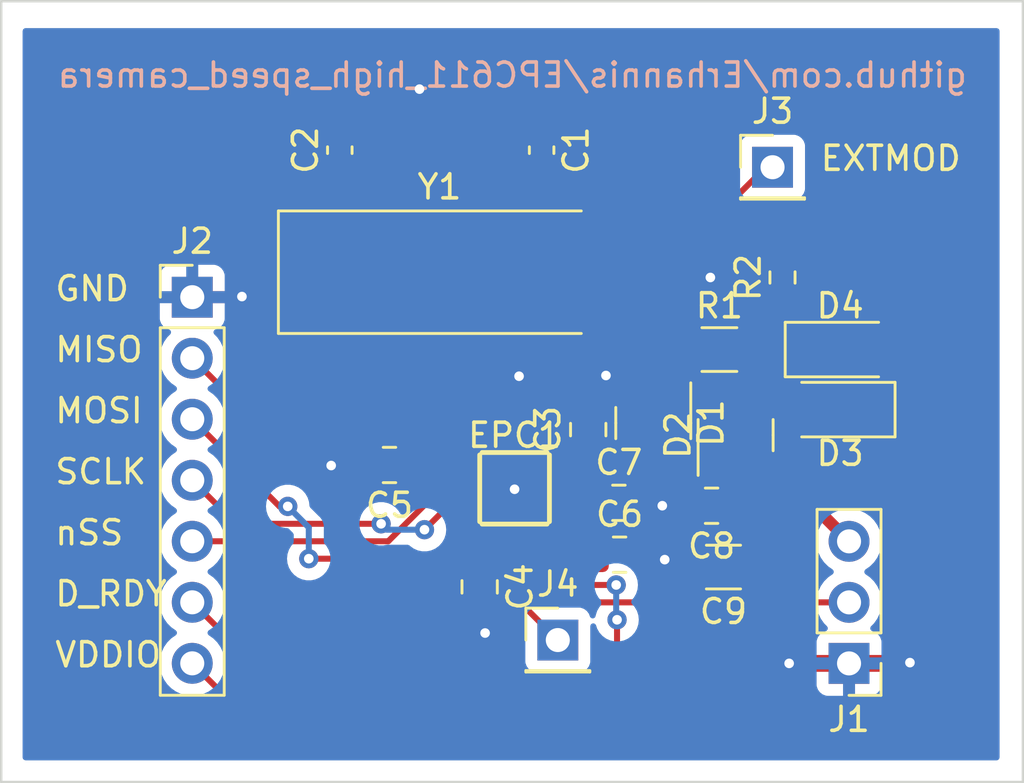
<source format=kicad_pcb>
(kicad_pcb (version 20221018) (generator pcbnew)
  (layers (0 "F.Cu" signal) (31 "B.Cu" signal) (34 "B.Paste" user) (35 "F.Paste" user) (36 "B.SilkS" user "B.Silkscreen") (37 "F.SilkS" user "F.Silkscreen") (38 "B.Mask" user) (39 "F.Mask" user) (44 "Edge.Cuts" user))
  (net 0 "")
  (net 1 "GND")
  (net 2 "Net-(EPC1-XTAL1)")
  (net 3 "Net-(EPC1-XTAL2)")
  (net 4 "Net-(EPC1-VDDCP)")
  (net 5 "Net-(EPC1-VDDCORE)")
  (net 6 "Net-(EPC1-VDDPLL)")
  (net 7 "Net-(EPC1-VDDA)")
  (net 8 "Net-(EPC1-VDDHPX)")
  (net 9 "VDD")
  (net 11 "Net-(D2-A)")
  (net 13 "Net-(D3-K)")
  (net 14 "Net-(D4-K)")
  (net 15 "Net-(EPC1-MOSI)")
  (net 16 "Net-(EPC1-DATA_RDY)")
  (net 17 "Net-(EPC1-LEDPP)")
  (net 18 "unconnected-(EPC1-PIN5-Pad5)")
  (net 19 "VDDBS")
  (net 20 "VDDIO")
  (net 21 "Net-(EPC1-LEDOD)")
  (net 22 "Net-(EPC1-EXTMOD)")
  (net 23 "Net-(EPC1-MISO)")
  (net 24 "Net-(EPC1-nSS)")
  (net 25 "Net-(EPC1-SCLK)")
  (footprint "Capacitor_SMD:C_0603_1608Metric" (layer "F.Cu") (at 157.48 76.2 -90)
    (fp_text reference "C1" (at 0 -1.43 90) (layer "F.SilkS"))
    (fp_text value "C 20pF NP0")
    (fp_line (start -0.14058 -0.51) (end 0.14058 -0.51) (stroke (width 0.12)) (layer "F.SilkS"))
    (fp_line (start -0.14058 0.51) (end 0.14058 0.51) (stroke (width 0.12)) (layer "F.SilkS"))
    (pad "1" smd roundrect (at -0.775 0 270) (size 0.9 0.95) (layers "F.Cu" "F.Paste" "F.Mask") (net 1 "GND"))
    (pad "2" smd roundrect (at 0.775 0 270) (size 0.9 0.95) (layers "F.Cu" "F.Paste" "F.Mask") (net 2 "Net-(EPC1-XTAL1)"))
  )
  (footprint "Capacitor_SMD:C_1206_3216Metric" (layer "F.Cu") (at 165.044995 93.553534 180)
    (fp_text reference "C9" (at 0 -1.85) (layer "F.SilkS"))
    (fp_text value "C 10uF 20% X7R")
    (fp_line (start -0.711252 -0.91) (end 0.711252 -0.91) (stroke (width 0.12)) (layer "F.SilkS"))
    (fp_line (start -0.711252 0.91) (end 0.711252 0.91) (stroke (width 0.12)) (layer "F.SilkS"))
    (pad "1" smd roundrect (at -1.475 0 180) (size 1.15 1.8) (layers "F.Cu" "F.Paste" "F.Mask") (roundrect_rratio 0.217391) (net 9 "VDD"))
    (pad "2" smd roundrect (at 1.475 0 180) (size 1.15 1.8) (layers "F.Cu" "F.Paste" "F.Mask") (roundrect_rratio 0.217391) (net 1 "GND"))
  )
  (footprint "Capacitor_SMD:C_0805_2012Metric" (layer "F.Cu") (at 154.902273 94.377702 -90)
    (fp_text reference "C4" (at 0 -1.68 90) (layer "F.SilkS"))
    (fp_text value "C 1uF 20% X7R")
    (fp_line (start -0.261252 -0.735) (end 0.261252 -0.735) (stroke (width 0.12)) (layer "F.SilkS"))
    (fp_line (start -0.261252 0.735) (end 0.261252 0.735) (stroke (width 0.12)) (layer "F.SilkS"))
    (pad "1" smd roundrect (at -0.95 0 270) (size 1 1.45) (layers "F.Cu" "F.Paste" "F.Mask") (net 5 "Net-(EPC1-VDDCORE)"))
    (pad "2" smd roundrect (at 0.95 0 270) (size 1 1.45) (layers "F.Cu" "F.Paste" "F.Mask") (net 1 "GND"))
  )
  (footprint "epc611:EPC611_CSP-24" (layer "F.Cu") (at 156.355 90.315)
    (fp_text reference "EPC1" (at 0 -2.2465) (layer "F.SilkS"))
    (fp_text value "EPC611")
    (fp_line (start -1.45 1.35) (end -1.45 -1.43) (stroke (width 0.2)) (layer "F.SilkS"))
    (fp_line (start -1.35 -1.53) (end 1.35 -1.53) (stroke (width 0.2)) (layer "F.SilkS"))
    (fp_line (start 1.35 1.45) (end -1.35 1.45) (stroke (width 0.2)) (layer "F.SilkS"))
    (fp_line (start 1.45 -1.43) (end 1.45 1.35) (stroke (width 0.2)) (layer "F.SilkS"))
    (pad "1" smd circle (at -1.125 1.125) (size 0.23 0.23) (property pad_prop_bga) (layers "F.Cu" "F.Paste" "F.Mask") (net 15 "Net-(EPC1-MOSI)"))
    (pad "2" smd circle (at -0.675 1.125) (size 0.23 0.23) (property pad_prop_bga) (layers "F.Cu" "F.Paste" "F.Mask") (net 5 "Net-(EPC1-VDDCORE)"))
    (pad "3" smd circle (at -0.225 1.125) (size 0.23 0.23) (property pad_prop_bga) (layers "F.Cu" "F.Paste" "F.Mask") (net 16 "Net-(EPC1-DATA_RDY)"))
    (pad "4" smd circle (at 0.225 1.125) (size 0.23 0.23) (property pad_prop_bga) (layers "F.Cu" "F.Paste" "F.Mask") (net 17 "Net-(EPC1-LEDPP)"))
    (pad "5" smd circle (at 0.675 1.125) (size 0.23 0.23) (property pad_prop_bga) (layers "F.Cu" "F.Paste" "F.Mask") (net 18 "unconnected-(EPC1-PIN5-Pad5)"))
    (pad "6" smd circle (at 1.125 1.125) (size 0.23 0.23) (property pad_prop_bga) (layers "F.Cu" "F.Paste" "F.Mask") (net 19 "VDDBS"))
    (pad "7" smd circle (at 1.125 0.675) (size 0.23 0.23) (property pad_prop_bga) (layers "F.Cu" "F.Paste" "F.Mask") (net 20 "VDDIO"))
    (pad "8" smd circle (at 1.125 0.225) (size 0.23 0.23) (property pad_prop_bga) (layers "F.Cu" "F.Paste" "F.Mask") (net 7 "Net-(EPC1-VDDA)"))
    (pad "9" smd circle (at 1.125 -0.225) (size 0.23 0.23) (property pad_prop_bga) (layers "F.Cu" "F.Paste" "F.Mask") (net 8 "Net-(EPC1-VDDHPX)"))
    (pad "10" smd circle (at 1.125 -0.675) (size 0.23 0.23) (property pad_prop_bga) (layers "F.Cu" "F.Paste" "F.Mask") (net 9 "VDD"))
    (pad "11" smd circle (at 1.125 -1.125) (size 0.23 0.23) (property pad_prop_bga) (layers "F.Cu" "F.Paste" "F.Mask") (net 4 "Net-(EPC1-VDDCP)"))
    (pad "12" smd circle (at 0.675 -1.125) (size 0.23 0.23) (property pad_prop_bga) (layers "F.Cu" "F.Paste" "F.Mask") (net 21 "Net-(EPC1-LEDOD)"))
    (pad "13" smd circle (at 0.225 -1.125) (size 0.23 0.23) (property pad_prop_bga) (layers "F.Cu" "F.Paste" "F.Mask") (net 22 "Net-(EPC1-EXTMOD)"))
    (pad "14" smd circle (at -0.225 -1.125) (size 0.23 0.23) (property pad_prop_bga) (layers "F.Cu" "F.Paste" "F.Mask") (net 1 "GND"))
    (pad "15" smd circle (at -0.675 -1.125) (size 0.23 0.23) (property pad_prop_bga) (layers "F.Cu" "F.Paste" "F.Mask") (net 2 "Net-(EPC1-XTAL1)"))
    (pad "16" smd circle (at -1.125 -1.125) (size 0.23 0.23) (property pad_prop_bga) (layers "F.Cu" "F.Paste" "F.Mask") (net 3 "Net-(EPC1-XTAL2)"))
    (pad "17" smd circle (at -1.125 -0.675) (size 0.23 0.23) (property pad_prop_bga) (layers "F.Cu" "F.Paste" "F.Mask") (net 6 "Net-(EPC1-VDDPLL)"))
    (pad "18" smd circle (at -1.125 -0.225) (size 0.23 0.23) (property pad_prop_bga) (layers "F.Cu" "F.Paste" "F.Mask") (net 23 "Net-(EPC1-MISO)"))
    (pad "19" smd circle (at -1.125 0.225) (size 0.23 0.23) (property pad_prop_bga) (layers "F.Cu" "F.Paste" "F.Mask") (net 24 "Net-(EPC1-nSS)"))
    (pad "20" smd circle (at -1.125 0.675) (size 0.23 0.23) (property pad_prop_bga) (layers "F.Cu" "F.Paste" "F.Mask") (net 25 "Net-(EPC1-SCLK)"))
    (pad "21" smd circle (at -0.675 0.675) (size 0.23 0.23) (property pad_prop_bga) (layers "F.Cu" "F.Paste" "F.Mask") (net 1 "GND"))
    (pad "22" smd circle (at 0.675 0.675) (size 0.23 0.23) (property pad_prop_bga) (layers "F.Cu" "F.Paste" "F.Mask") (net 1 "GND"))
    (pad "23" smd circle (at 0.675 -0.675) (size 0.23 0.23) (property pad_prop_bga) (layers "F.Cu" "F.Paste" "F.Mask") (net 1 "GND"))
    (pad "24" smd circle (at -0.675 -0.675) (size 0.23 0.23) (property pad_prop_bga) (layers "F.Cu" "F.Paste" "F.Mask") (net 1 "GND"))
  )
  (footprint "Connector_PinHeader_2.54mm:PinHeader_1x01_P2.54mm_Vertical" (layer "F.Cu") (at 167.085891 76.910586)
    (fp_text reference "J3" (at 0 -2.33) (layer "F.SilkS"))
    (fp_text value "Conn_01x01")
    (fp_line (start -1.33 -1.33) (end 0 -1.33) (stroke (width 0.12)) (layer "F.SilkS"))
    (fp_line (start -1.33 0) (end -1.33 -1.33) (stroke (width 0.12)) (layer "F.SilkS"))
    (fp_line (start -1.33 1.27) (end -1.33 1.33) (stroke (width 0.12)) (layer "F.SilkS"))
    (fp_line (start -1.33 1.27) (end 1.33 1.27) (stroke (width 0.12)) (layer "F.SilkS"))
    (fp_line (start -1.33 1.33) (end 1.33 1.33) (stroke (width 0.12)) (layer "F.SilkS"))
    (fp_line (start 1.33 1.27) (end 1.33 1.33) (stroke (width 0.12)) (layer "F.SilkS"))
    (pad "1" thru_hole rect (at 0 0) (size 1.7 1.7) (drill 1) (layers "*.Cu" "*.Mask") (net 22 "Net-(EPC1-EXTMOD)"))
  )
  (footprint "Connector_PinHeader_2.54mm:PinHeader_1x01_P2.54mm_Vertical" (layer "F.Cu") (at 158.153403 96.591692)
    (fp_text reference "J4" (at 0 -2.33) (layer "F.SilkS"))
    (fp_text value "Conn_01x01")
    (fp_line (start -1.33 -1.33) (end 0 -1.33) (stroke (width 0.12)) (layer "F.SilkS"))
    (fp_line (start -1.33 0) (end -1.33 -1.33) (stroke (width 0.12)) (layer "F.SilkS"))
    (fp_line (start -1.33 1.27) (end -1.33 1.33) (stroke (width 0.12)) (layer "F.SilkS"))
    (fp_line (start -1.33 1.27) (end 1.33 1.27) (stroke (width 0.12)) (layer "F.SilkS"))
    (fp_line (start -1.33 1.33) (end 1.33 1.33) (stroke (width 0.12)) (layer "F.SilkS"))
    (fp_line (start 1.33 1.27) (end 1.33 1.33) (stroke (width 0.12)) (layer "F.SilkS"))
    (pad "1" thru_hole rect (at 0 0) (size 1.7 1.7) (drill 1) (layers "*.Cu" "*.Mask") (net 17 "Net-(EPC1-LEDPP)"))
  )
  (footprint "Capacitor_SMD:C_0805_2012Metric" (layer "F.Cu") (at 159.418475 87.831634 90)
    (fp_text reference "C3" (at 0 -1.68 90) (layer "F.SilkS"))
    (fp_text value "C 100nF 20% X7R")
    (fp_line (start -0.261252 -0.735) (end 0.261252 -0.735) (stroke (width 0.12)) (layer "F.SilkS"))
    (fp_line (start -0.261252 0.735) (end 0.261252 0.735) (stroke (width 0.12)) (layer "F.SilkS"))
    (pad "1" smd roundrect (at -0.95 0 90) (size 1 1.45) (layers "F.Cu" "F.Paste" "F.Mask") (net 4 "Net-(EPC1-VDDCP)"))
    (pad "2" smd roundrect (at 0.95 0 90) (size 1 1.45) (layers "F.Cu" "F.Paste" "F.Mask") (net 1 "GND"))
  )
  (footprint "LED_SMD:LED_1206_3216Metric" (layer "F.Cu") (at 169.8979 87 180)
    (fp_text reference "D3" (at 0 -1.82) (layer "F.SilkS"))
    (fp_text value "SFH4059S")
    (fp_line (start -2.285 -1.135) (end -2.285 1.135) (stroke (width 0.12)) (layer "F.SilkS"))
    (fp_line (start -2.285 1.135) (end 1.6 1.135) (stroke (width 0.12)) (layer "F.SilkS"))
    (fp_line (start 1.6 -1.135) (end -2.285 -1.135) (stroke (width 0.12)) (layer "F.SilkS"))
    (pad "1" smd roundrect (at -1.4 0 180) (size 1.25 1.75) (layers "F.Cu" "F.Paste" "F.Mask") (roundrect_rratio 0.2) (net 13 "Net-(D3-K)"))
    (pad "2" smd roundrect (at 1.4 0 180) (size 1.25 1.75) (layers "F.Cu" "F.Paste" "F.Mask") (roundrect_rratio 0.2) (net 11 "Net-(D2-A)"))
  )
  (footprint "Capacitor_SMD:C_0805_2012Metric" (layer "F.Cu") (at 160.72359 93.037917)
    (fp_text reference "C6" (at 0 -1.68) (layer "F.SilkS"))
    (fp_text value "C 4.7uF 20% X7R")
    (fp_line (start -0.261252 -0.735) (end 0.261252 -0.735) (stroke (width 0.12)) (layer "F.SilkS"))
    (fp_line (start -0.261252 0.735) (end 0.261252 0.735) (stroke (width 0.12)) (layer "F.SilkS"))
    (pad "1" smd roundrect (at -0.95 0) (size 1 1.45) (layers "F.Cu" "F.Paste" "F.Mask") (net 7 "Net-(EPC1-VDDA)"))
    (pad "2" smd roundrect (at 0.95 0) (size 1 1.45) (layers "F.Cu" "F.Paste" "F.Mask") (net 1 "GND"))
  )
  (footprint "Package_TO_SOT_SMD:SOT-23" (layer "F.Cu") (at 165.55 88.0625 90)
    (fp_text reference "D2" (at 0 -2.4 90) (layer "F.SilkS"))
    (fp_text value "BAV99")
    (fp_line (start 0 -1.56) (end -1.675 -1.56) (stroke (width 0.12)) (layer "F.SilkS"))
    (fp_line (start 0 -1.56) (end 0.65 -1.56) (stroke (width 0.12)) (layer "F.SilkS"))
    (fp_line (start 0 1.56) (end -0.65 1.56) (stroke (width 0.12)) (layer "F.SilkS"))
    (fp_line (start 0 1.56) (end 0.65 1.56) (stroke (width 0.12)) (layer "F.SilkS"))
    (pad "1" smd roundrect (at -0.9375 -0.95 90) (size 1.475 0.6) (layers "F.Cu" "F.Paste" "F.Mask") (net 9 "VDD"))
    (pad "2" smd roundrect (at -0.9375 0.95 90) (size 1.475 0.6) (layers "F.Cu" "F.Paste" "F.Mask") (net 11 "Net-(D2-A)"))
    (pad "3" smd roundrect (at 0.9375 0 90) (size 1.475 0.6) (layers "F.Cu" "F.Paste" "F.Mask"))
  )
  (footprint "Package_TO_SOT_SMD:SOT-23" (layer "F.Cu") (at 162.12453 87.559698 -90)
    (fp_text reference "D1" (at 0 -2.4 90) (layer "F.SilkS"))
    (fp_text value "BAS40-04")
    (fp_line (start 0 -1.56) (end -1.675 -1.56) (stroke (width 0.12)) (layer "F.SilkS"))
    (fp_line (start 0 -1.56) (end 0.65 -1.56) (stroke (width 0.12)) (layer "F.SilkS"))
    (fp_line (start 0 1.56) (end -0.65 1.56) (stroke (width 0.12)) (layer "F.SilkS"))
    (fp_line (start 0 1.56) (end 0.65 1.56) (stroke (width 0.12)) (layer "F.SilkS"))
    (pad "1" smd roundrect (at -0.9375 -0.95 270) (size 1.475 0.6) (layers "F.Cu" "F.Paste" "F.Mask"))
    (pad "2" smd roundrect (at -0.9375 0.95 270) (size 1.475 0.6) (layers "F.Cu" "F.Paste" "F.Mask") (net 4 "Net-(EPC1-VDDCP)"))
    (pad "3" smd roundrect (at 0.9375 0 270) (size 1.475 0.6) (layers "F.Cu" "F.Paste" "F.Mask") (net 9 "VDD"))
  )
  (footprint "LED_SMD:LED_1206_3216Metric" (layer "F.Cu") (at 169.8979 84.5)
    (fp_text reference "D4" (at 0 -1.82) (layer "F.SilkS"))
    (fp_text value "SFH4059S")
    (fp_line (start -2.285 -1.135) (end -2.285 1.135) (stroke (width 0.12)) (layer "F.SilkS"))
    (fp_line (start -2.285 1.135) (end 1.6 1.135) (stroke (width 0.12)) (layer "F.SilkS"))
    (fp_line (start 1.6 -1.135) (end -2.285 -1.135) (stroke (width 0.12)) (layer "F.SilkS"))
    (pad "1" smd roundrect (at -1.4 0) (size 1.25 1.75) (layers "F.Cu" "F.Paste" "F.Mask") (roundrect_rratio 0.2) (net 14 "Net-(D4-K)"))
    (pad "2" smd roundrect (at 1.4 0) (size 1.25 1.75) (layers "F.Cu" "F.Paste" "F.Mask") (roundrect_rratio 0.2) (net 13 "Net-(D3-K)"))
  )
  (footprint "Connector_PinHeader_2.54mm:PinHeader_1x07_P2.54mm_Vertical" (layer "F.Cu") (at 142.947199 82.320433)
    (fp_text reference "J2" (at 0 -2.33) (layer "F.SilkS"))
    (fp_text value "Conn_01x07")
    (fp_line (start -1.33 -1.33) (end 0 -1.33) (stroke (width 0.12)) (layer "F.SilkS"))
    (fp_line (start -1.33 0) (end -1.33 -1.33) (stroke (width 0.12)) (layer "F.SilkS"))
    (fp_line (start -1.33 1.27) (end -1.33 16.57) (stroke (width 0.12)) (layer "F.SilkS"))
    (fp_line (start -1.33 1.27) (end 1.33 1.27) (stroke (width 0.12)) (layer "F.SilkS"))
    (fp_line (start -1.33 16.57) (end 1.33 16.57) (stroke (width 0.12)) (layer "F.SilkS"))
    (fp_line (start 1.33 1.27) (end 1.33 16.57) (stroke (width 0.12)) (layer "F.SilkS"))
    (pad "1" thru_hole rect (at 0 0) (size 1.7 1.7) (drill 1) (layers "*.Cu" "*.Mask") (net 1 "GND"))
    (pad "2" thru_hole oval (at 0 2.54) (size 1.7 1.7) (drill 1) (layers "*.Cu" "*.Mask") (net 23 "Net-(EPC1-MISO)"))
    (pad "3" thru_hole oval (at 0 5.08) (size 1.7 1.7) (drill 1) (layers "*.Cu" "*.Mask") (net 15 "Net-(EPC1-MOSI)"))
    (pad "4" thru_hole oval (at 0 7.62) (size 1.7 1.7) (drill 1) (layers "*.Cu" "*.Mask") (net 25 "Net-(EPC1-SCLK)"))
    (pad "5" thru_hole oval (at 0 10.16) (size 1.7 1.7) (drill 1) (layers "*.Cu" "*.Mask") (net 24 "Net-(EPC1-nSS)"))
    (pad "6" thru_hole oval (at 0 12.7) (size 1.7 1.7) (drill 1) (layers "*.Cu" "*.Mask") (net 16 "Net-(EPC1-DATA_RDY)"))
    (pad "7" thru_hole oval (at 0 15.24) (size 1.7 1.7) (drill 1) (layers "*.Cu" "*.Mask") (net 20 "VDDIO"))
  )
  (footprint "Capacitor_SMD:C_0603_1608Metric" (layer "F.Cu") (at 149.085 76.2 90)
    (fp_text reference "C2" (at 0 -1.43 90) (layer "F.SilkS"))
    (fp_text value "C 20pF NP0")
    (fp_line (start -0.14058 -0.51) (end 0.14058 -0.51) (stroke (width 0.12)) (layer "F.SilkS"))
    (fp_line (start -0.14058 0.51) (end 0.14058 0.51) (stroke (width 0.12)) (layer "F.SilkS"))
    (pad "1" smd roundrect (at -0.775 0 90) (size 0.9 0.95) (layers "F.Cu" "F.Paste" "F.Mask") (net 3 "Net-(EPC1-XTAL2)"))
    (pad "2" smd roundrect (at 0.775 0 90) (size 0.9 0.95) (layers "F.Cu" "F.Paste" "F.Mask") (net 1 "GND"))
  )
  (footprint "Capacitor_SMD:C_0805_2012Metric" (layer "F.Cu") (at 151.151418 89.304459 180)
    (fp_text reference "C5" (at 0 -1.68) (layer "F.SilkS"))
    (fp_text value "C 1uF 20% X7R")
    (fp_line (start -0.261252 -0.735) (end 0.261252 -0.735) (stroke (width 0.12)) (layer "F.SilkS"))
    (fp_line (start -0.261252 0.735) (end 0.261252 0.735) (stroke (width 0.12)) (layer "F.SilkS"))
    (pad "1" smd roundrect (at -0.95 0 180) (size 1 1.45) (layers "F.Cu" "F.Paste" "F.Mask") (net 6 "Net-(EPC1-VDDPLL)"))
    (pad "2" smd roundrect (at 0.95 0 180) (size 1 1.45) (layers "F.Cu" "F.Paste" "F.Mask") (net 1 "GND"))
  )
  (footprint "Resistor_SMD:R_0603_1608Metric" (layer "F.Cu") (at 167.5 81.5 90)
    (fp_text reference "R2" (at 0 -1.43 90) (layer "F.SilkS"))
    (fp_text value "R 3.3k ohm")
    (fp_line (start -0.237258 -0.5225) (end 0.237258 -0.5225) (stroke (width 0.12)) (layer "F.SilkS"))
    (fp_line (start -0.237258 0.5225) (end 0.237258 0.5225) (stroke (width 0.12)) (layer "F.SilkS"))
    (pad "1" smd roundrect (at -0.825 0 90) (size 0.8 0.95) (layers "F.Cu" "F.Paste" "F.Mask") (net 14 "Net-(D4-K)"))
    (pad "2" smd roundrect (at 0.825 0 90) (size 0.8 0.95) (layers "F.Cu" "F.Paste" "F.Mask") (net 1 "GND"))
  )
  (footprint "Resistor_SMD:R_1206_3216Metric" (layer "F.Cu") (at 164.874855 84.5)
    (fp_text reference "R1" (at 0 -1.82) (layer "F.SilkS"))
    (fp_text value "R 3.3ohm")
    (fp_line (start -0.727064 -0.91) (end 0.727064 -0.91) (stroke (width 0.12)) (layer "F.SilkS"))
    (fp_line (start -0.727064 0.91) (end 0.727064 0.91) (stroke (width 0.12)) (layer "F.SilkS"))
    (pad "1" smd roundrect (at -1.4625 0) (size 1.125 1.75) (layers "F.Cu" "F.Paste" "F.Mask") (roundrect_rratio 0.222222) (net 21 "Net-(EPC1-LEDOD)"))
    (pad "2" smd roundrect (at 1.4625 0) (size 1.125 1.75) (layers "F.Cu" "F.Paste" "F.Mask") (roundrect_rratio 0.222222) (net 14 "Net-(D4-K)"))
  )
  (footprint "Connector_PinHeader_2.54mm:PinHeader_1x03_P2.54mm_Vertical" (layer "F.Cu") (at 170.267964 97.562937 180)
    (fp_text reference "J1" (at 0 -2.33) (layer "F.SilkS"))
    (fp_text value "Conn_01x03")
    (fp_line (start -1.33 -1.33) (end 0 -1.33) (stroke (width 0.12)) (layer "F.SilkS"))
    (fp_line (start -1.33 0) (end -1.33 -1.33) (stroke (width 0.12)) (layer "F.SilkS"))
    (fp_line (start -1.33 1.27) (end -1.33 6.41) (stroke (width 0.12)) (layer "F.SilkS"))
    (fp_line (start -1.33 1.27) (end 1.33 1.27) (stroke (width 0.12)) (layer "F.SilkS"))
    (fp_line (start -1.33 6.41) (end 1.33 6.41) (stroke (width 0.12)) (layer "F.SilkS"))
    (fp_line (start 1.33 1.27) (end 1.33 6.41) (stroke (width 0.12)) (layer "F.SilkS"))
    (pad "1" thru_hole rect (at 0 0 180) (size 1.7 1.7) (drill 1) (layers "*.Cu" "*.Mask") (net 1 "GND"))
    (pad "2" thru_hole oval (at 0 2.54 180) (size 1.7 1.7) (drill 1) (layers "*.Cu" "*.Mask") (net 19 "VDDBS"))
    (pad "3" thru_hole oval (at 0 5.08 180) (size 1.7 1.7) (drill 1) (layers "*.Cu" "*.Mask") (net 9 "VDD"))
  )
  (footprint "Capacitor_SMD:C_0805_2012Metric" (layer "F.Cu") (at 164.55 91 180)
    (fp_text reference "C8" (at 0 -1.68) (layer "F.SilkS"))
    (fp_text value "C 100nF 20% X7R")
    (fp_line (start -0.261252 -0.735) (end 0.261252 -0.735) (stroke (width 0.12)) (layer "F.SilkS"))
    (fp_line (start -0.261252 0.735) (end 0.261252 0.735) (stroke (width 0.12)) (layer "F.SilkS"))
    (pad "1" smd roundrect (at -0.95 0 180) (size 1 1.45) (layers "F.Cu" "F.Paste" "F.Mask") (net 9 "VDD"))
    (pad "2" smd roundrect (at 0.95 0 180) (size 1 1.45) (layers "F.Cu" "F.Paste" "F.Mask") (net 1 "GND"))
  )
  (footprint "Capacitor_SMD:C_0805_2012Metric" (layer "F.Cu") (at 160.694539 90.879969)
    (fp_text reference "C7" (at 0 -1.68) (layer "F.SilkS"))
    (fp_text value "C 3.3uF 20% X7R")
    (fp_line (start -0.261252 -0.735) (end 0.261252 -0.735) (stroke (width 0.12)) (layer "F.SilkS"))
    (fp_line (start -0.261252 0.735) (end 0.261252 0.735) (stroke (width 0.12)) (layer "F.SilkS"))
    (pad "1" smd roundrect (at -0.95 0) (size 1 1.45) (layers "F.Cu" "F.Paste" "F.Mask") (net 8 "Net-(EPC1-VDDHPX)"))
    (pad "2" smd roundrect (at 0.95 0) (size 1 1.45) (layers "F.Cu" "F.Paste" "F.Mask") (net 1 "GND"))
  )
  (footprint "Crystal:Crystal_SMD_HC49-SD" (layer "F.Cu") (at 153.23 81.28)
    (fp_text reference "Y1" (at 0 -3.55) (layer "F.SilkS"))
    (fp_text value "XTAL 4MHz 100ppm")
    (fp_line (start -6.7 -2.55) (end -6.7 2.55) (stroke (width 0.12)) (layer "F.SilkS"))
    (fp_line (start -6.7 2.55) (end 5.9 2.55) (stroke (width 0.12)) (layer "F.SilkS"))
    (fp_line (start 5.9 -2.55) (end -6.7 -2.55) (stroke (width 0.12)) (layer "F.SilkS"))
    (pad "1" smd rect (at -4.25 0) (size 4.5 2) (layers "F.Cu" "F.Paste" "F.Mask") (net 3 "Net-(EPC1-XTAL2)"))
    (pad "2" smd rect (at 4.25 0) (size 4.5 2) (layers "F.Cu" "F.Paste" "F.Mask") (net 2 "Net-(EPC1-XTAL1)"))
  )
  (gr_line (start 135 102.5) (end 177.5 102.5) (stroke (width 0.1)) (layer "Edge.Cuts"))
  (gr_line (start 177.5 102.5) (end 177.5 70) (stroke (width 0.1)) (layer "Edge.Cuts"))
  (gr_line (start 177.5 70) (end 135 70) (stroke (width 0.1)) (layer "Edge.Cuts"))
  (gr_line (start 135 70) (end 135 102.5) (stroke (width 0.1)) (layer "Edge.Cuts"))
  (gr_text "github.com/Erhannis/EPC611_high_speed_camera" (at 175.26 73.66) (layer "B.SilkS") (effects (font (size 1 1)) (justify left bottom mirror)))
  (gr_text "D_RDY" (at 137.16 95.25) (layer "F.SilkS") (effects (font (size 1 1)) (justify left bottom)))
  (gr_text "MOSI" (at 137.16 87.63) (layer "F.SilkS") (effects (font (size 1 1)) (justify left bottom)))
  (gr_text "VDDIO" (at 137.16 97.79) (layer "F.SilkS") (effects (font (size 1 1)) (justify left bottom)))
  (gr_text "GND" (at 137.16 82.55) (layer "F.SilkS") (effects (font (size 1 1)) (justify left bottom)))
  (gr_text "nSS" (at 137.16 92.71) (layer "F.SilkS") (effects (font (size 1 1)) (justify left bottom)))
  (gr_text "MISO" (at 137.16 85.09) (layer "F.SilkS") (effects (font (size 1 1)) (justify left bottom)))
  (gr_text "EXTMOD" (at 169 77.125421) (layer "F.SilkS") (effects (font (size 1 1)) (justify left bottom)))
  (gr_text "SCLK" (at 137.16 90.17) (layer "F.SilkS") (effects (font (size 1 1)) (justify left bottom)))
  (segment (start 161.67359 93.037917) (end 162.394605 93.037917) (width 0.25) (layer "F.Cu") (net 1))
  (segment (start 156.13 86.021713) (end 156.13 89.19) (width 0.25) (layer "F.Cu") (net 1))
  (segment (start 159.522228 86.868141) (end 159.522228 86.213924) (width 0.25) (layer "F.Cu") (net 1))
  (segment (start 170.267964 97.562937) (end 172.769242 97.562937) (width 0.7) (layer "F.Cu") (net 1))
  (segment (start 162.379969 90.879969) (end 162.5 91) (width 0.25) (layer "F.Cu") (net 1))
  (segment (start 148.749376 89.304459) (end 148.726547 89.327288) (width 0.25) (layer "F.Cu") (net 1))
  (segment (start 155.68 89.64) (end 156.355 90.315) (width 0.25) (layer "F.Cu") (net 1))
  (segment (start 150.201418 89.304459) (end 148.749376 89.304459) (width 0.25) (layer "F.Cu") (net 1))
  (segment (start 163.569995 93.553534) (end 163.569995 91.030005) (width 0.25) (layer "F.Cu") (net 1))
  (segment (start 170.267964 97.562937) (end 167.776137 97.562937) (width 0.7) (layer "F.Cu") (net 1))
  (segment (start 155.154529 96.273701) (end 155.128864 96.299366) (width 0.25) (layer "F.Cu") (net 1))
  (segment (start 172.769242 97.562937) (end 172.801488 97.530691) (width 0.25) (layer "F.Cu") (net 1))
  (segment (start 162.394605 93.037917) (end 162.600609 93.243921) (width 0.25) (layer "F.Cu") (net 1))
  (segment (start 163.6 91) (end 162.5 91) (width 0.5) (layer "F.Cu") (net 1))
  (segment (start 152.4 75.425) (end 152.4 73.66) (width 0.25) (layer "F.Cu") (net 1))
  (segment (start 152.4 75.425) (end 157.48 75.425) (width 0.25) (layer "F.Cu") (net 1))
  (segment (start 159.522228 86.213924) (end 160.156472 85.57968) (width 0.25) (layer "F.Cu") (net 1))
  (segment (start 155.154529 95.345068) (end 155.154529 96.273701) (width 0.25) (layer "F.Cu") (net 1))
  (segment (start 144.987546 82.320433) (end 145.01402 82.293959) (width 0.25) (layer "F.Cu") (net 1))
  (segment (start 142.947199 82.320433) (end 144.987546 82.320433) (width 0.5) (layer "F.Cu") (net 1))
  (segment (start 157.03 89.64) (end 156.355 90.315) (width 0.25) (layer "F.Cu") (net 1))
  (segment (start 167.5 80.675) (end 165.325 80.675) (width 0.25) (layer "F.Cu") (net 1))
  (segment (start 157.03 90.99) (end 156.355 90.315) (width 0.25) (layer "F.Cu") (net 1))
  (segment (start 156.541925 85.609788) (end 156.13 86.021713) (width 0.25) (layer "F.Cu") (net 1))
  (segment (start 149.085 75.425) (end 152.4 75.425) (width 0.25) (layer "F.Cu") (net 1))
  (segment (start 165.325 80.675) (end 164.5 81.5) (width 0.25) (layer "F.Cu") (net 1))
  (segment (start 155.68 90.99) (end 156.355 90.315) (width 0.25) (layer "F.Cu") (net 1))
  (segment (start 161.644539 90.879969) (end 162.379969 90.879969) (width 0.25) (layer "F.Cu") (net 1))
  (segment (start 163.569995 91.030005) (end 163.6 91) (width 0.25) (layer "F.Cu") (net 1))
  (via (at 162.600609 93.243921) (size 0.8) (drill 0.4) (layers "F.Cu" "B.Cu") (net 1))
  (via (at 152.4 73.66) (size 0.8) (drill 0.4) (layers "F.Cu" "B.Cu") (net 1))
  (via (at 167.776137 97.562937) (size 0.8) (drill 0.4) (layers "F.Cu" "B.Cu") (net 1))
  (via (at 172.801488 97.530691) (size 0.8) (drill 0.4) (layers "F.Cu" "B.Cu") (net 1))
  (via (at 148.726547 89.327288) (size 0.8) (drill 0.4) (layers "F.Cu" "B.Cu") (net 1))
  (via (at 164.5 81.5) (size 0.8) (drill 0.4) (layers "F.Cu" "B.Cu") (net 1))
  (via (at 162.5 91) (size 0.8) (drill 0.4) (layers "F.Cu" "B.Cu") (net 1))
  (via (at 156.541925 85.609788) (size 0.8) (drill 0.4) (layers "F.Cu" "B.Cu") (net 1))
  (via (at 156.355 90.315) (size 0.8) (drill 0.4) (layers "F.Cu" "B.Cu") (net 1))
  (via (at 145.01402 82.293959) (size 0.8) (drill 0.4) (layers "F.Cu" "B.Cu") (net 1))
  (via (at 160.156472 85.57968) (size 0.8) (drill 0.4) (layers "F.Cu" "B.Cu") (net 1))
  (via (at 155.128864 96.299366) (size 0.8) (drill 0.4) (layers "F.Cu" "B.Cu") (net 1))
  (segment (start 155.68 83.08) (end 157.48 81.28) (width 0.25) (layer "F.Cu") (net 2))
  (segment (start 155.68 89.19) (end 155.68 83.08) (width 0.25) (layer "F.Cu") (net 2))
  (segment (start 157.48 76.975) (end 157.48 81.28) (width 0.25) (layer "F.Cu") (net 2))
  (segment (start 149.085 76.975) (end 148.98 77.08) (width 0.25) (layer "F.Cu") (net 3))
  (segment (start 148.98 77.08) (end 148.98 81.28) (width 0.25) (layer "F.Cu") (net 3))
  (segment (start 148.98 81.28) (end 148.98 82.94) (width 0.25) (layer "F.Cu") (net 3))
  (segment (start 148.98 82.94) (end 155.23 89.19) (width 0.25) (layer "F.Cu") (net 3))
  (segment (start 161.17453 87.025579) (end 159.418475 88.781634) (width 0.25) (layer "F.Cu") (net 4))
  (segment (start 157.48 89.19) (end 157.48 87.867949) (width 0.25) (layer "F.Cu") (net 4))
  (segment (start 158.254087 87.5) (end 159.522228 88.768141) (width 0.25) (layer "F.Cu") (net 4))
  (segment (start 161.17453 86.622198) (end 161.17453 87.025579) (width 0.25) (layer "F.Cu") (net 4))
  (segment (start 157.48 87.867949) (end 157.847949 87.5) (width 0.25) (layer "F.Cu") (net 4))
  (segment (start 157.847949 87.5) (end 158.254087 87.5) (width 0.25) (layer "F.Cu") (net 4))
  (segment (start 155.68 92.919597) (end 155.154529 93.445068) (width 0.25) (layer "F.Cu") (net 5))
  (segment (start 155.68 91.44) (end 155.68 92.919597) (width 0.25) (layer "F.Cu") (net 5))
  (segment (start 155.23 89.64) (end 152.436959 89.64) (width 0.25) (layer "F.Cu") (net 6))
  (segment (start 152.436959 89.64) (end 152.101418 89.304459) (width 0.25) (layer "F.Cu") (net 6))
  (segment (start 157.48 90.54) (end 158.623668 90.54) (width 0.25) (layer "F.Cu") (net 7))
  (segment (start 158.919539 90.835871) (end 158.919539 91.593142) (width 0.25) (layer "F.Cu") (net 7))
  (segment (start 158.919539 91.593142) (end 159.77359 92.447193) (width 0.25) (layer "F.Cu") (net 7))
  (segment (start 159.77359 92.447193) (end 159.77359 93.037917) (width 0.25) (layer "F.Cu") (net 7))
  (segment (start 158.623668 90.54) (end 158.919539 90.835871) (width 0.25) (layer "F.Cu") (net 7))
  (segment (start 157.48 90.09) (end 159.638974 90.09) (width 0.25) (layer "F.Cu") (net 8))
  (segment (start 159.638974 90.09) (end 159.744539 90.195565) (width 0.25) (layer "F.Cu") (net 8))
  (segment (start 159.744539 90.195565) (end 159.744539 90.879969) (width 0.25) (layer "F.Cu") (net 8))
  (segment (start 157.48 89.64) (end 162.221228 89.64) (width 0.25) (layer "F.Cu") (net 9))
  (segment (start 166.519995 92.019995) (end 165.5 91) (width 0.25) (layer "F.Cu") (net 9))
  (segment (start 162.12453 88.497198) (end 162.12453 89.543302) (width 0.25) (layer "F.Cu") (net 9))
  (segment (start 165.5 91) (end 168.785027 91) (width 0.5) (layer "F.Cu") (net 9))
  (segment (start 163.96 89.64) (end 164.6 89) (width 0.25) (layer "F.Cu") (net 9))
  (segment (start 165.5 89.9) (end 164.6 89) (width 1) (layer "F.Cu") (net 9))
  (segment (start 162.12453 89.543302) (end 162.221228 89.64) (width 0.25) (layer "F.Cu") (net 9))
  (segment (start 165.5 91) (end 165.5 89.9) (width 1) (layer "F.Cu") (net 9))
  (segment (start 166.519995 93.553534) (end 166.519995 92.019995) (width 0.25) (layer "F.Cu") (net 9))
  (segment (start 162.221228 89.64) (end 163.96 89.64) (width 0.25) (layer "F.Cu") (net 9))
  (segment (start 168.785027 91) (end 170.267964 92.482937) (width 0.5) (layer "F.Cu") (net 9))
  (segment (start 168.4979 87.0021) (end 166.5 89) (width 1) (layer "F.Cu") (net 11))
  (segment (start 168.4979 87) (end 168.4979 87.0021) (width 0.25) (layer "F.Cu") (net 11))
  (segment (start 171.2979 84.5) (end 171.2979 87) (width 1) (layer "F.Cu") (net 13))
  (segment (start 166.337355 84.5) (end 167.5 84.5) (width 1) (layer "F.Cu") (net 14))
  (segment (start 167.5 82.325) (end 167.5 84.5) (width 0.25) (layer "F.Cu") (net 14))
  (segment (start 167.5 84.5) (end 168.4979 84.5) (width 1) (layer "F.Cu") (net 14))
  (segment (start 146.574972 91.028206) (end 142.947199 87.400433) (width 0.25) (layer "F.Cu") (net 15))
  (segment (start 146.919119 91.028206) (end 146.574972 91.028206) (width 0.25) (layer "F.Cu") (net 15))
  (segment (start 155.23 91.44) (end 153.465067 93.204933) (width 0.25) (layer "F.Cu") (net 15))
  (segment (start 153.465067 93.204933) (end 147.794818 93.204933) (width 0.25) (layer "F.Cu") (net 15))
  (via (at 147.794818 93.204933) (size 0.8) (drill 0.4) (layers "F.Cu" "B.Cu") (net 15))
  (via (at 146.919119 91.028206) (size 0.8) (drill 0.4) (layers "F.Cu" "B.Cu") (net 15))
  (segment (start 147.794818 93.204933) (end 147.794818 91.903905) (width 0.25) (layer "B.Cu") (net 15))
  (segment (start 147.794818 91.903905) (end 146.919119 91.028206) (width 0.25) (layer "B.Cu") (net 15))
  (segment (start 156.13 91.44) (end 156.13 96.323535) (width 0.25) (layer "F.Cu") (net 16))
  (segment (start 155.10002 97.353515) (end 145.280281 97.353515) (width 0.25) (layer "F.Cu") (net 16))
  (segment (start 145.280281 97.353515) (end 142.947199 95.020433) (width 0.25) (layer "F.Cu") (net 16))
  (segment (start 156.13 96.323535) (end 155.10002 97.353515) (width 0.25) (layer "F.Cu") (net 16))
  (segment (start 156.58 95.018289) (end 158.153403 96.591692) (width 0.25) (layer "F.Cu") (net 17))
  (segment (start 156.58 91.44) (end 156.58 95.018289) (width 0.25) (layer "F.Cu") (net 17))
  (segment (start 157.03 91.44) (end 157.03 92.784749) (width 0.25) (layer "F.Cu") (net 18))
  (segment (start 158.353574 92.313574) (end 158.353574 94.335633) (width 0.25) (layer "F.Cu") (net 19))
  (segment (start 159.040878 95.022937) (end 170.267964 95.022937) (width 0.25) (layer "F.Cu") (net 19))
  (segment (start 157.48 91.44) (end 158.353574 92.313574) (width 0.25) (layer "F.Cu") (net 19))
  (segment (start 158.353574 94.335633) (end 159.040878 95.022937) (width 0.25) (layer "F.Cu") (net 19))
  (segment (start 158.777481 99.051725) (end 144.438491 99.051725) (width 0.25) (layer "F.Cu") (net 20))
  (segment (start 158.437272 91.760876) (end 158.94859 92.272194) (width 0.25) (layer "F.Cu") (net 20))
  (segment (start 160.617495 97.211711) (end 158.777481 99.051725) (width 0.25) (layer "F.Cu") (net 20))
  (segment (start 157.48 90.99) (end 158.437272 90.99) (width 0.25) (layer "F.Cu") (net 20))
  (segment (start 158.94859 92.272194) (end 158.94859 93.971958) (width 0.25) (layer "F.Cu") (net 20))
  (segment (start 158.94859 93.971958) (end 159.275069 94.298437) (width 0.25) (layer "F.Cu") (net 20))
  (segment (start 160.617495 95.747437) (end 160.617495 97.211711) (width 0.25) (layer "F.Cu") (net 20))
  (segment (start 158.437272 90.99) (end 158.437272 91.760876) (width 0.25) (layer "F.Cu") (net 20))
  (segment (start 159.275069 94.298437) (end 160.581898 94.298437) (width 0.25) (layer "F.Cu") (net 20))
  (segment (start 144.438491 99.051725) (end 142.947199 97.560433) (width 0.25) (layer "F.Cu") (net 20))
  (via (at 160.581898 94.298437) (size 0.8) (drill 0.4) (layers "F.Cu" "B.Cu") (net 20))
  (via (at 160.617495 95.747437) (size 0.8) (drill 0.4) (layers "F.Cu" "B.Cu") (net 20))
  (segment (start 160.581898 94.298437) (end 160.581898 95.71184) (width 0.25) (layer "B.Cu") (net 20))
  (segment (start 160.581898 95.71184) (end 160.617495 95.747437) (width 0.25) (layer "B.Cu") (net 20))
  (segment (start 163.412355 84.5) (end 160.034777 84.5) (width 0.5) (layer "F.Cu") (net 21))
  (segment (start 163.412355 84.652713) (end 163.332984 84.652713) (width 0.25) (layer "F.Cu") (net 21))
  (segment (start 163.332984 84.652713) (end 163.293885 84.613614) (width 0.25) (layer "F.Cu") (net 21))
  (segment (start 160.034777 84.5) (end 157.155 87.379777) (width 0.5) (layer "F.Cu") (net 21))
  (segment (start 157.03 89.19) (end 157.03 87.321553) (width 0.25) (layer "F.Cu") (net 21))
  (segment (start 156.58 89.19) (end 156.58 87.135157) (width 0.25) (layer "F.Cu") (net 22))
  (segment (start 156.58 87.135157) (end 166.804571 76.910586) (width 0.25) (layer "F.Cu") (net 22))
  (segment (start 166.804571 76.910586) (end 167.085891 76.910586) (width 0.25) (layer "F.Cu") (net 22))
  (segment (start 155.23 90.09) (end 152.85405 90.09) (width 0.25) (layer "F.Cu") (net 23))
  (segment (start 152.381902 90.562148) (end 148.648914 90.562148) (width 0.25) (layer "F.Cu") (net 23))
  (segment (start 152.85405 90.09) (end 152.381902 90.562148) (width 0.25) (layer "F.Cu") (net 23))
  (segment (start 148.648914 90.562148) (end 142.947199 84.860433) (width 0.25) (layer "F.Cu") (net 23))
  (segment (start 151.100013 92.480433) (end 142.947199 92.480433) (width 0.25) (layer "F.Cu") (net 24))
  (segment (start 155.23 90.54) (end 153.040446 90.54) (width 0.25) (layer "F.Cu") (net 24))
  (segment (start 153.040446 90.54) (end 151.100013 92.480433) (width 0.25) (layer "F.Cu") (net 24))
  (segment (start 155.23 90.99) (end 153.615044 90.99) (width 0.25) (layer "F.Cu") (net 25))
  (segment (start 144.759472 91.752706) (end 142.947199 89.940433) (width 0.25) (layer "F.Cu") (net 25))
  (segment (start 150.803142 91.752706) (end 144.759472 91.752706) (width 0.25) (layer "F.Cu") (net 25))
  (segment (start 153.615044 90.99) (end 152.607022 91.998022) (width 0.25) (layer "F.Cu") (net 25))
  (via (at 150.803142 91.752706) (size 0.8) (drill 0.4) (layers "F.Cu" "B.Cu") (net 25))
  (via (at 152.607022 91.998022) (size 0.8) (drill 0.4) (layers "F.Cu" "B.Cu") (net 25))
  (segment (start 151.048458 91.998022) (end 150.803142 91.752706) (width 0.25) (layer "B.Cu") (net 25))
  (segment (start 152.607022 91.998022) (end 151.048458 91.998022) (width 0.25) (layer "B.Cu") (net 25))
  (zone (net 1) (net_name "GND") (layer "B.Cu") (connect_pads (clearance 0.5)) (min_thickness 0.25) (fill yes (thermal_gap 0.5) (thermal_bridge_width 0.5))
    (polygon (pts (xy 135.89 71.12) (xy 176.53 71.12) (xy 176.53 101.6) (xy 135.89 101.6)))
  )
)
</source>
